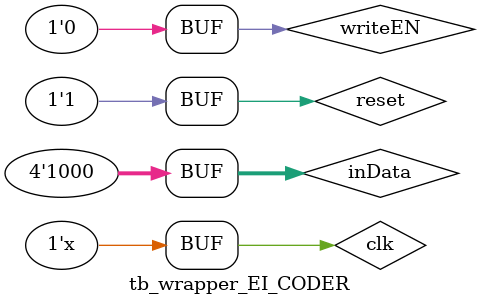
<source format=sv>
`timescale 1ns / 1ps


 
module tb_wrapper_EI_CODER();

    parameter DATA_WIDTH     =  4    ;
    parameter ADDR_WIDTH     =  2    ;  
    parameter halfCLK_PERIOD = 10    ;
    parameter inCLK_PERIOD   = 20    ;

    reg                   clk      ;
    reg			  reset	   ;
    reg			  writeEN  ;
    reg	[DATA_WIDTH-1:0]  inData   ;




initial begin : init
	clk  	= 1'b1 ;
	reset   = 1'b1 ;
	inData  = '0   ;
	writeEN = 1'b0 ;
end
 

always #(halfCLK_PERIOD) 	clk = ~clk ;


initial begin : RESET
	for(int i = 0; i < 5; i++) begin
		reset = 1'b0 ;
		#CLK_PERIOD ;	
	end
	reset = 1'b1 ;
end


initial begin : WRITE
	for(int i = 0; i < 6; i++) begin
		#CLK_PERIOD ;	
	end
	writeEN = 1'b1 ;
	inData = 4'b1011;                                                                  // B
	#CLK_PERIOD writeEN = 1'b0;
	
	for(int i = 0; i < 85; i++) begin
		#CLK_PERIOD ;	
	end

	for(int i = 0; i < 6; i++) begin
		#CLK_PERIOD ;	
	end
	writeEN = 1'b1 ;
	inData = 4'b1111;                                                                  // F
	#CLK_PERIOD writeEN = 1'b0;

	for(int i = 0; i < 6; i++) begin
		#CLK_PERIOD ;	
	end
	writeEN = 1'b1 ;
	inData = 4'b1110;                                                                  // E
	#CLK_PERIOD writeEN = 1'b0;

	for(int i = 0; i < 6; i++) begin
		#CLK_PERIOD ;	
	end
	writeEN = 1'b1 ;
	inData = 4'b0101;                                                                  // 5
	#CLK_PERIOD writeEN = 1'b0;

	for(int i = 0; i < 6; i++) begin
		#CLK_PERIOD ;	
	end
	writeEN = 1'b1 ;
	inData = 4'b1010;                                                                  // A
	#CLK_PERIOD writeEN = 1'b0;

	for(int i = 0; i < 6; i++) begin
		#CLK_PERIOD ;	
	end
	writeEN = 1'b1 ;
	inData = 4'b1000;                                                                  // 8  --> ERROR raise
	#CLK_PERIOD writeEN = 1'b0;
end




wrapper_EI_CODER u_EI_CODER (
	//input EI
    	.inClock	(clk	),
    	.inReset	(reset	),    
    	
    	.inWriteEnable	(writeEN),
	.inCPUdata 	(inData	),
	
	//CODER
	.o_sinI		(	),
	.o_sinQ		(	)	
) ;


endmodule 





</source>
